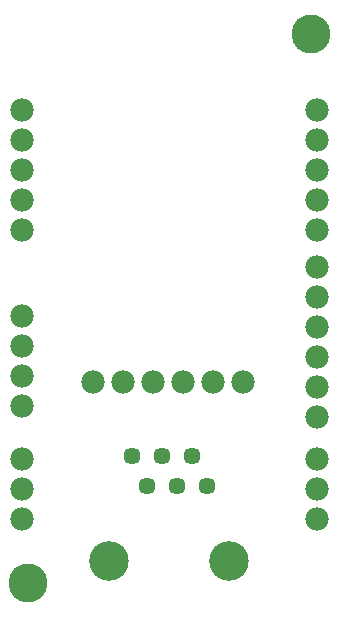
<source format=gbr>
G04 EAGLE Gerber RS-274X export*
G75*
%MOMM*%
%FSLAX34Y34*%
%LPD*%
%INSoldermask Bottom*%
%IPPOS*%
%AMOC8*
5,1,8,0,0,1.08239X$1,22.5*%
G01*
%ADD10C,1.451600*%
%ADD11C,3.351600*%
%ADD12C,1.981200*%
%ADD13C,3.301600*%


D10*
X128250Y147100D03*
X153650Y147100D03*
X179050Y147100D03*
X140950Y121700D03*
X166350Y121700D03*
X191750Y121700D03*
D11*
X109200Y58200D03*
X210800Y58200D03*
D12*
X222000Y210000D03*
X196600Y210000D03*
X171200Y210000D03*
X145800Y210000D03*
X120400Y210000D03*
X95000Y210000D03*
X35000Y190000D03*
X35000Y215400D03*
X35000Y240800D03*
X35000Y266200D03*
X35000Y145000D03*
X35000Y119600D03*
X35000Y94200D03*
X35000Y440000D03*
X35000Y414600D03*
X35000Y389200D03*
X35000Y363800D03*
X35000Y338400D03*
X285000Y440000D03*
X285000Y414600D03*
X285000Y389200D03*
X285000Y363800D03*
X285000Y338400D03*
X285000Y145000D03*
X285000Y119600D03*
X285000Y94200D03*
X285000Y180000D03*
X285000Y205400D03*
X285000Y230800D03*
X285000Y256200D03*
X285000Y281600D03*
X285000Y307000D03*
D13*
X40000Y40000D03*
X280000Y505000D03*
M02*

</source>
